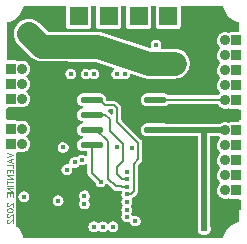
<source format=gbl>
G04 Layer: BottomLayer*
G04 EasyEDA v6.5.22, 2022-11-24 13:33:34*
G04 a569f08a9e4f4569b8c6db444d38c7d5,dbbd32702ee04327bcd14b3349a77860,10*
G04 Gerber Generator version 0.2*
G04 Scale: 100 percent, Rotated: No, Reflected: No *
G04 Dimensions in millimeters *
G04 leading zeros omitted , absolute positions ,4 integer and 5 decimal *
%FSLAX45Y45*%
%MOMM*%

%ADD10C,0.1000*%
%ADD11C,0.2000*%
%ADD12C,0.5080*%
%ADD13C,2.0000*%
%ADD14O,1.950212X0.5684012*%
%ADD15C,0.9000*%
%ADD16R,0.9000X0.9000*%
%ADD17R,1.5748X1.5748*%
%ADD18C,0.6096*%
%ADD19C,0.4000*%
%ADD20C,0.0165*%

%LPD*%
G36*
X181051Y-1999996D02*
G01*
X176733Y-1999030D01*
X173228Y-1996338D01*
X171246Y-1992426D01*
X167538Y-1978507D01*
X161188Y-1961540D01*
X153060Y-1945386D01*
X143357Y-1930095D01*
X132130Y-1915871D01*
X119481Y-1902917D01*
X111912Y-1896567D01*
X109321Y-1893417D01*
X108254Y-1889455D01*
X108813Y-1885442D01*
X109626Y-1883105D01*
X110337Y-1876806D01*
X110337Y-1658620D01*
X111201Y-1654505D01*
X113741Y-1651050D01*
X116941Y-1649222D01*
X113741Y-1647393D01*
X111201Y-1643938D01*
X110337Y-1639824D01*
X110337Y-1281379D01*
X111201Y-1277264D01*
X113588Y-1273911D01*
X117144Y-1271778D01*
X127457Y-1267764D01*
X130657Y-1267510D01*
X145389Y-1271168D01*
X156514Y-1272032D01*
X167589Y-1271168D01*
X178409Y-1268577D01*
X188671Y-1264310D01*
X198170Y-1258519D01*
X206603Y-1251305D01*
X213817Y-1242822D01*
X219659Y-1233373D01*
X223926Y-1223060D01*
X226517Y-1212240D01*
X227380Y-1201166D01*
X226517Y-1190091D01*
X223926Y-1179271D01*
X219659Y-1169009D01*
X213817Y-1159510D01*
X206603Y-1151077D01*
X199999Y-1145387D01*
X197358Y-1141933D01*
X196443Y-1137666D01*
X197358Y-1133398D01*
X199999Y-1129944D01*
X206603Y-1124305D01*
X213817Y-1115822D01*
X219659Y-1106373D01*
X223926Y-1096060D01*
X226517Y-1085240D01*
X227380Y-1074166D01*
X226517Y-1063091D01*
X223926Y-1052271D01*
X219659Y-1042009D01*
X213817Y-1032510D01*
X206603Y-1024077D01*
X198170Y-1016812D01*
X188671Y-1011021D01*
X178409Y-1006754D01*
X167589Y-1004163D01*
X156514Y-1003300D01*
X145389Y-1004163D01*
X130657Y-1007871D01*
X127457Y-1007567D01*
X123799Y-1005890D01*
X118364Y-1003960D01*
X112014Y-1003249D01*
X40182Y-1003249D01*
X36271Y-1002487D01*
X32969Y-1000302D01*
X30784Y-997000D01*
X30022Y-993089D01*
X30022Y-901242D01*
X30784Y-897382D01*
X32969Y-894080D01*
X36271Y-891844D01*
X40182Y-891082D01*
X112014Y-891082D01*
X118364Y-890371D01*
X127457Y-886764D01*
X130657Y-886510D01*
X145389Y-890168D01*
X156514Y-891032D01*
X167589Y-890168D01*
X178409Y-887577D01*
X188671Y-883310D01*
X198170Y-877519D01*
X206603Y-870305D01*
X213817Y-861821D01*
X219659Y-852373D01*
X223926Y-842060D01*
X226517Y-831240D01*
X227380Y-820166D01*
X226517Y-809091D01*
X223926Y-798271D01*
X219659Y-788009D01*
X213817Y-778510D01*
X206603Y-770077D01*
X199999Y-764387D01*
X197358Y-760933D01*
X196443Y-756666D01*
X197358Y-752398D01*
X199999Y-748944D01*
X206603Y-743305D01*
X213817Y-734822D01*
X219659Y-725373D01*
X223926Y-715060D01*
X226517Y-704240D01*
X227380Y-693166D01*
X226517Y-682091D01*
X223926Y-671271D01*
X219659Y-661009D01*
X213817Y-651510D01*
X206603Y-643077D01*
X199999Y-637387D01*
X197358Y-633933D01*
X196443Y-629666D01*
X197358Y-625398D01*
X199999Y-621944D01*
X206603Y-616305D01*
X213817Y-607822D01*
X219659Y-598373D01*
X223926Y-588060D01*
X226517Y-577240D01*
X227380Y-566166D01*
X226517Y-555091D01*
X223926Y-544271D01*
X219659Y-534009D01*
X213817Y-524510D01*
X206603Y-516077D01*
X198170Y-508812D01*
X188671Y-503021D01*
X178409Y-498754D01*
X167589Y-496163D01*
X156514Y-495300D01*
X145389Y-496163D01*
X130657Y-499872D01*
X127457Y-499567D01*
X123799Y-497890D01*
X118364Y-495960D01*
X112014Y-495249D01*
X40182Y-495249D01*
X36271Y-494487D01*
X32969Y-492302D01*
X30784Y-489000D01*
X30022Y-485089D01*
X30022Y-181559D01*
X30632Y-178104D01*
X32359Y-175056D01*
X35052Y-172770D01*
X57810Y-166116D01*
X74574Y-159308D01*
X90525Y-150774D01*
X105562Y-140665D01*
X119481Y-129082D01*
X132130Y-116128D01*
X143357Y-101904D01*
X153060Y-86614D01*
X161188Y-70459D01*
X167538Y-53492D01*
X171754Y-37592D01*
X173786Y-33629D01*
X177292Y-30937D01*
X181559Y-30022D01*
X523341Y-30022D01*
X527507Y-30886D01*
X530910Y-33375D01*
X533044Y-37084D01*
X533450Y-41300D01*
X533044Y-44907D01*
X533044Y-201269D01*
X533755Y-207568D01*
X535635Y-213055D01*
X538734Y-217932D01*
X542848Y-222046D01*
X547725Y-225094D01*
X553161Y-227025D01*
X559511Y-227736D01*
X715822Y-227736D01*
X722172Y-227025D01*
X727608Y-225094D01*
X732536Y-222046D01*
X736600Y-217932D01*
X739698Y-213055D01*
X741629Y-207568D01*
X742340Y-201269D01*
X742340Y-44907D01*
X741934Y-41300D01*
X742340Y-37084D01*
X744423Y-33375D01*
X747877Y-30886D01*
X751992Y-30022D01*
X777341Y-30022D01*
X781507Y-30886D01*
X784910Y-33375D01*
X787044Y-37084D01*
X787450Y-41300D01*
X787044Y-44907D01*
X787044Y-201269D01*
X787755Y-207568D01*
X789635Y-213055D01*
X792734Y-217932D01*
X796848Y-222046D01*
X801725Y-225094D01*
X807161Y-227025D01*
X813511Y-227736D01*
X969822Y-227736D01*
X976172Y-227025D01*
X981608Y-225094D01*
X986536Y-222046D01*
X990600Y-217932D01*
X993698Y-213055D01*
X995629Y-207568D01*
X996340Y-201269D01*
X996340Y-44907D01*
X995934Y-41300D01*
X996340Y-37084D01*
X998423Y-33375D01*
X1001877Y-30886D01*
X1005992Y-30022D01*
X1031341Y-30022D01*
X1035507Y-30886D01*
X1038910Y-33375D01*
X1041044Y-37084D01*
X1041450Y-41300D01*
X1041044Y-44907D01*
X1041044Y-201269D01*
X1041755Y-207568D01*
X1043635Y-213055D01*
X1046734Y-217932D01*
X1050848Y-222046D01*
X1055725Y-225094D01*
X1061161Y-227025D01*
X1067511Y-227736D01*
X1223822Y-227736D01*
X1230172Y-227025D01*
X1235608Y-225094D01*
X1240536Y-222046D01*
X1244600Y-217932D01*
X1247698Y-213055D01*
X1249629Y-207568D01*
X1250340Y-201269D01*
X1250340Y-44907D01*
X1249934Y-41300D01*
X1250340Y-37084D01*
X1252423Y-33375D01*
X1255877Y-30886D01*
X1259992Y-30022D01*
X1283716Y-30022D01*
X1287881Y-30886D01*
X1291285Y-33375D01*
X1293418Y-37084D01*
X1293825Y-41300D01*
X1293418Y-44907D01*
X1293418Y-201269D01*
X1294130Y-207568D01*
X1296060Y-213055D01*
X1299108Y-217932D01*
X1303223Y-222046D01*
X1308100Y-225094D01*
X1313586Y-227025D01*
X1319885Y-227736D01*
X1476248Y-227736D01*
X1482547Y-227025D01*
X1488033Y-225094D01*
X1492910Y-222046D01*
X1497025Y-217932D01*
X1500073Y-213055D01*
X1502003Y-207568D01*
X1502714Y-201269D01*
X1502714Y-44907D01*
X1502308Y-41300D01*
X1502714Y-37084D01*
X1504797Y-33375D01*
X1508252Y-30886D01*
X1512417Y-30022D01*
X1850542Y-30022D01*
X1853946Y-30581D01*
X1856943Y-32258D01*
X1859229Y-34848D01*
X1860499Y-38100D01*
X1861921Y-44805D01*
X1867407Y-62026D01*
X1874672Y-78638D01*
X1883562Y-94386D01*
X1894078Y-109169D01*
X1906016Y-122783D01*
X1919325Y-135077D01*
X1933803Y-145948D01*
X1949348Y-155244D01*
X1965756Y-162915D01*
X1982825Y-168910D01*
X1992172Y-171094D01*
X1996186Y-173075D01*
X1998980Y-176580D01*
X1999996Y-181000D01*
X1999996Y-244195D01*
X1999234Y-248107D01*
X1996998Y-251409D01*
X1993747Y-253593D01*
X1989836Y-254355D01*
X1924913Y-254355D01*
X1918563Y-255066D01*
X1909470Y-258673D01*
X1906270Y-258927D01*
X1891538Y-255270D01*
X1880412Y-254406D01*
X1869338Y-255270D01*
X1858518Y-257860D01*
X1848256Y-262128D01*
X1838756Y-267919D01*
X1830324Y-275183D01*
X1823110Y-283616D01*
X1817268Y-293116D01*
X1813001Y-303377D01*
X1810410Y-314198D01*
X1809546Y-325272D01*
X1810410Y-336346D01*
X1813001Y-347167D01*
X1817268Y-357479D01*
X1823110Y-366928D01*
X1830324Y-375412D01*
X1836928Y-381050D01*
X1839569Y-384505D01*
X1840484Y-388772D01*
X1839569Y-393039D01*
X1836928Y-396494D01*
X1830324Y-402183D01*
X1823110Y-410616D01*
X1817268Y-420116D01*
X1813001Y-430377D01*
X1810410Y-441198D01*
X1809546Y-452272D01*
X1810410Y-463346D01*
X1813001Y-474167D01*
X1817268Y-484479D01*
X1823110Y-493928D01*
X1830324Y-502412D01*
X1836928Y-508050D01*
X1839569Y-511505D01*
X1840484Y-515772D01*
X1839569Y-520039D01*
X1836928Y-523493D01*
X1830324Y-529183D01*
X1823110Y-537616D01*
X1817268Y-547116D01*
X1813001Y-557377D01*
X1810410Y-568198D01*
X1809546Y-579272D01*
X1810410Y-590346D01*
X1813001Y-601167D01*
X1817268Y-611479D01*
X1823110Y-620928D01*
X1830324Y-629412D01*
X1836928Y-635050D01*
X1839569Y-638505D01*
X1840484Y-642772D01*
X1839569Y-647039D01*
X1836928Y-650494D01*
X1830324Y-656183D01*
X1823110Y-664616D01*
X1817268Y-674116D01*
X1813001Y-684377D01*
X1810410Y-695198D01*
X1809546Y-706272D01*
X1810410Y-717346D01*
X1813001Y-728167D01*
X1817268Y-738479D01*
X1823110Y-747928D01*
X1830324Y-756412D01*
X1836928Y-762050D01*
X1839569Y-765505D01*
X1840484Y-769772D01*
X1839569Y-774039D01*
X1836928Y-777494D01*
X1830324Y-783183D01*
X1826564Y-787552D01*
X1823110Y-790194D01*
X1818843Y-791108D01*
X1402435Y-791108D01*
X1398524Y-790346D01*
X1395222Y-788162D01*
X1392529Y-785418D01*
X1384757Y-779983D01*
X1376222Y-776020D01*
X1367078Y-773582D01*
X1357172Y-772718D01*
X1219911Y-772718D01*
X1210005Y-773582D01*
X1200861Y-776020D01*
X1192326Y-779983D01*
X1184554Y-785418D01*
X1177848Y-792124D01*
X1172413Y-799896D01*
X1168450Y-808431D01*
X1166012Y-817575D01*
X1165148Y-827024D01*
X1166012Y-836472D01*
X1168450Y-845616D01*
X1172413Y-854151D01*
X1177848Y-861923D01*
X1184554Y-868629D01*
X1192326Y-874064D01*
X1200861Y-878027D01*
X1210005Y-880465D01*
X1219911Y-881329D01*
X1357172Y-881329D01*
X1367078Y-880465D01*
X1376222Y-878027D01*
X1384757Y-874064D01*
X1392529Y-868629D01*
X1395222Y-865886D01*
X1398524Y-863701D01*
X1402435Y-862939D01*
X1810054Y-862939D01*
X1813407Y-863498D01*
X1816455Y-865174D01*
X1818690Y-867765D01*
X1823110Y-874928D01*
X1830324Y-883412D01*
X1838756Y-890625D01*
X1848256Y-896416D01*
X1858518Y-900684D01*
X1869338Y-903274D01*
X1880412Y-904138D01*
X1891538Y-903274D01*
X1906270Y-899617D01*
X1909470Y-899871D01*
X1913128Y-901547D01*
X1918563Y-903478D01*
X1924913Y-904189D01*
X1989836Y-904189D01*
X1993747Y-904951D01*
X1996998Y-907135D01*
X1999234Y-910437D01*
X1999996Y-914349D01*
X1999996Y-1006195D01*
X1999234Y-1010107D01*
X1996998Y-1013409D01*
X1993747Y-1015593D01*
X1989836Y-1016355D01*
X1924913Y-1016355D01*
X1918563Y-1017066D01*
X1909470Y-1020673D01*
X1906270Y-1020927D01*
X1891538Y-1017269D01*
X1880412Y-1016406D01*
X1869338Y-1017269D01*
X1858518Y-1019860D01*
X1848256Y-1024128D01*
X1834642Y-1032510D01*
X1830781Y-1033018D01*
X1778558Y-1029969D01*
X1701800Y-1029716D01*
X1376426Y-1029716D01*
X1373835Y-1029360D01*
X1367078Y-1027582D01*
X1357172Y-1026718D01*
X1219911Y-1026718D01*
X1210005Y-1027582D01*
X1200861Y-1030020D01*
X1192326Y-1033983D01*
X1184554Y-1039418D01*
X1177848Y-1046124D01*
X1172413Y-1053896D01*
X1168450Y-1062431D01*
X1166012Y-1071575D01*
X1165148Y-1081024D01*
X1166012Y-1090472D01*
X1168450Y-1099616D01*
X1172413Y-1108151D01*
X1177848Y-1115923D01*
X1184554Y-1122629D01*
X1192326Y-1128064D01*
X1200861Y-1132027D01*
X1210005Y-1134465D01*
X1219911Y-1135329D01*
X1357172Y-1135329D01*
X1367078Y-1134465D01*
X1373835Y-1132687D01*
X1376426Y-1132332D01*
X1640332Y-1132332D01*
X1644243Y-1133094D01*
X1647494Y-1135329D01*
X1649730Y-1138580D01*
X1650492Y-1142492D01*
X1650492Y-1892655D01*
X1649526Y-1896922D01*
X1648866Y-1898446D01*
X1646326Y-1907895D01*
X1645462Y-1917700D01*
X1646326Y-1927504D01*
X1648866Y-1936953D01*
X1652981Y-1945893D01*
X1658620Y-1953920D01*
X1665579Y-1960880D01*
X1673606Y-1966518D01*
X1682546Y-1970633D01*
X1691995Y-1973173D01*
X1701800Y-1974037D01*
X1711604Y-1973173D01*
X1721053Y-1970633D01*
X1729993Y-1966518D01*
X1738020Y-1960880D01*
X1744980Y-1953920D01*
X1750618Y-1945893D01*
X1754733Y-1936953D01*
X1757273Y-1927504D01*
X1758137Y-1917700D01*
X1757273Y-1907895D01*
X1754733Y-1898446D01*
X1754073Y-1896922D01*
X1753107Y-1892655D01*
X1753107Y-1142695D01*
X1753870Y-1138783D01*
X1756105Y-1135481D01*
X1759407Y-1133297D01*
X1763318Y-1132535D01*
X1777187Y-1132586D01*
X1824888Y-1135430D01*
X1828088Y-1136192D01*
X1830882Y-1137869D01*
X1836928Y-1143050D01*
X1839569Y-1146505D01*
X1840484Y-1150772D01*
X1839569Y-1155039D01*
X1836928Y-1158494D01*
X1830324Y-1164183D01*
X1823110Y-1172616D01*
X1817268Y-1182116D01*
X1813001Y-1192377D01*
X1810410Y-1203198D01*
X1809546Y-1214272D01*
X1810410Y-1225346D01*
X1813001Y-1236167D01*
X1817268Y-1246479D01*
X1823110Y-1255928D01*
X1830324Y-1264412D01*
X1836928Y-1270050D01*
X1839569Y-1273505D01*
X1840484Y-1277772D01*
X1839569Y-1282039D01*
X1836928Y-1285494D01*
X1830324Y-1291183D01*
X1823110Y-1299616D01*
X1817268Y-1309116D01*
X1813001Y-1319377D01*
X1810410Y-1330198D01*
X1809546Y-1341272D01*
X1810410Y-1352346D01*
X1813001Y-1363167D01*
X1817268Y-1373479D01*
X1823110Y-1382928D01*
X1830324Y-1391412D01*
X1836928Y-1397050D01*
X1839569Y-1400505D01*
X1840484Y-1404772D01*
X1839569Y-1409039D01*
X1836928Y-1412494D01*
X1830324Y-1418183D01*
X1823110Y-1426616D01*
X1817268Y-1436116D01*
X1813001Y-1446377D01*
X1810410Y-1457198D01*
X1809546Y-1468272D01*
X1810410Y-1479346D01*
X1813001Y-1490167D01*
X1817268Y-1500479D01*
X1823110Y-1509928D01*
X1830324Y-1518412D01*
X1836928Y-1524050D01*
X1839569Y-1527505D01*
X1840484Y-1531772D01*
X1839569Y-1536039D01*
X1836928Y-1539494D01*
X1830324Y-1545183D01*
X1823110Y-1553616D01*
X1817268Y-1563116D01*
X1813001Y-1573377D01*
X1810410Y-1584198D01*
X1809546Y-1595272D01*
X1810410Y-1606346D01*
X1813001Y-1617167D01*
X1817268Y-1627479D01*
X1823110Y-1636928D01*
X1830324Y-1645412D01*
X1838756Y-1652625D01*
X1848256Y-1658416D01*
X1858518Y-1662684D01*
X1869338Y-1665274D01*
X1880412Y-1666138D01*
X1891538Y-1665274D01*
X1906270Y-1661617D01*
X1909470Y-1661871D01*
X1913128Y-1663547D01*
X1918563Y-1665478D01*
X1924913Y-1666189D01*
X1989836Y-1666189D01*
X1993747Y-1666951D01*
X1996998Y-1669135D01*
X1999234Y-1672437D01*
X1999996Y-1676349D01*
X1999996Y-1852930D01*
X1998980Y-1857349D01*
X1996186Y-1860854D01*
X1992172Y-1862836D01*
X1984400Y-1864664D01*
X1967280Y-1870608D01*
X1950872Y-1878279D01*
X1935378Y-1887626D01*
X1920849Y-1898497D01*
X1907590Y-1910791D01*
X1895602Y-1924405D01*
X1885137Y-1939137D01*
X1876196Y-1954885D01*
X1868982Y-1971497D01*
X1863445Y-1988769D01*
X1862785Y-1991918D01*
X1861515Y-1995119D01*
X1859280Y-1997710D01*
X1856232Y-1999386D01*
X1852828Y-1999996D01*
G37*

%LPC*%
G36*
X846988Y-1949551D02*
G01*
X855624Y-1948281D01*
X863853Y-1945436D01*
X871423Y-1941068D01*
X877976Y-1935378D01*
X879754Y-1933143D01*
X883107Y-1930400D01*
X887272Y-1929282D01*
X891540Y-1929993D01*
X895096Y-1932381D01*
X899617Y-1937105D01*
X906729Y-1942185D01*
X914653Y-1945792D01*
X923137Y-1947875D01*
X931824Y-1948281D01*
X940460Y-1947011D01*
X948690Y-1944166D01*
X956259Y-1939798D01*
X962812Y-1934108D01*
X968197Y-1927250D01*
X972210Y-1919528D01*
X974648Y-1911146D01*
X975512Y-1902460D01*
X974648Y-1893773D01*
X972210Y-1885391D01*
X968197Y-1877669D01*
X962812Y-1870811D01*
X956259Y-1865122D01*
X948690Y-1860753D01*
X940460Y-1857908D01*
X931824Y-1856638D01*
X923137Y-1857044D01*
X914653Y-1859127D01*
X906729Y-1862734D01*
X899617Y-1867814D01*
X894029Y-1873656D01*
X890422Y-1876094D01*
X886155Y-1876806D01*
X881989Y-1875688D01*
X871423Y-1866392D01*
X863853Y-1862023D01*
X855624Y-1859178D01*
X846988Y-1857908D01*
X838301Y-1858314D01*
X829818Y-1860397D01*
X821893Y-1864004D01*
X814781Y-1869084D01*
X813409Y-1870506D01*
X810260Y-1872742D01*
X806500Y-1873656D01*
X802741Y-1873097D01*
X799388Y-1871167D01*
X792683Y-1865375D01*
X785114Y-1861007D01*
X776884Y-1858162D01*
X768248Y-1856892D01*
X759561Y-1857298D01*
X751078Y-1859381D01*
X743153Y-1862988D01*
X736041Y-1868068D01*
X729996Y-1874367D01*
X725322Y-1881682D01*
X722071Y-1889810D01*
X720394Y-1898345D01*
X720394Y-1907082D01*
X722071Y-1915617D01*
X725322Y-1923745D01*
X729996Y-1931060D01*
X736041Y-1937359D01*
X743153Y-1942439D01*
X751078Y-1946046D01*
X759561Y-1948129D01*
X768248Y-1948535D01*
X776884Y-1947265D01*
X785114Y-1944420D01*
X792683Y-1940052D01*
X798322Y-1935175D01*
X801674Y-1933244D01*
X805484Y-1932686D01*
X809193Y-1933600D01*
X812342Y-1935835D01*
X814781Y-1938375D01*
X821893Y-1943455D01*
X829818Y-1947062D01*
X838301Y-1949145D01*
G37*
G36*
X1119784Y-1900021D02*
G01*
X1128420Y-1898751D01*
X1136650Y-1895906D01*
X1144219Y-1891538D01*
X1150772Y-1885848D01*
X1156157Y-1878990D01*
X1160170Y-1871268D01*
X1162608Y-1862886D01*
X1163472Y-1854200D01*
X1162608Y-1845513D01*
X1160170Y-1837131D01*
X1156157Y-1829409D01*
X1150772Y-1822551D01*
X1144219Y-1816862D01*
X1136650Y-1812493D01*
X1128420Y-1809648D01*
X1119784Y-1808378D01*
X1111097Y-1808784D01*
X1101953Y-1811020D01*
X1098092Y-1811223D01*
X1094486Y-1809953D01*
X1091590Y-1807413D01*
X1089812Y-1804009D01*
X1088796Y-1800555D01*
X1084478Y-1792173D01*
X1083462Y-1789125D01*
X1083462Y-1785924D01*
X1084478Y-1782876D01*
X1088796Y-1774494D01*
X1091234Y-1766112D01*
X1092098Y-1757425D01*
X1091234Y-1748739D01*
X1088796Y-1740357D01*
X1084783Y-1732635D01*
X1083462Y-1730908D01*
X1081532Y-1726844D01*
X1081532Y-1722374D01*
X1083462Y-1718360D01*
X1084529Y-1716938D01*
X1088542Y-1709216D01*
X1090980Y-1700834D01*
X1091844Y-1692148D01*
X1090980Y-1683461D01*
X1088542Y-1675079D01*
X1087475Y-1673047D01*
X1086358Y-1669084D01*
X1086916Y-1665020D01*
X1089050Y-1661464D01*
X1092403Y-1659077D01*
X1095552Y-1657705D01*
X1099058Y-1655673D01*
X1101852Y-1653692D01*
X1105103Y-1650796D01*
X1129893Y-1625955D01*
X1134973Y-1619707D01*
X1138377Y-1613052D01*
X1140358Y-1605686D01*
X1140815Y-1599793D01*
X1140815Y-1390700D01*
X1141577Y-1386789D01*
X1143762Y-1383487D01*
X1167993Y-1359255D01*
X1173073Y-1353007D01*
X1176477Y-1346352D01*
X1178458Y-1338986D01*
X1178915Y-1333093D01*
X1178915Y-1194308D01*
X1178052Y-1186332D01*
X1175766Y-1179220D01*
X1171956Y-1172616D01*
X1168044Y-1168044D01*
X1004062Y-1004112D01*
X1001877Y-1000810D01*
X1001115Y-996899D01*
X1001115Y-902208D01*
X1000252Y-894232D01*
X997966Y-887120D01*
X994156Y-880516D01*
X990295Y-876046D01*
X965555Y-851306D01*
X959307Y-846226D01*
X952652Y-842822D01*
X945286Y-840841D01*
X939393Y-840384D01*
X882700Y-840384D01*
X878789Y-839622D01*
X875487Y-837437D01*
X873810Y-835710D01*
X871423Y-832002D01*
X870102Y-817575D01*
X867613Y-808431D01*
X863650Y-799896D01*
X858215Y-792124D01*
X851509Y-785418D01*
X843737Y-779983D01*
X835202Y-776020D01*
X826058Y-773582D01*
X816152Y-772718D01*
X678891Y-772718D01*
X668985Y-773582D01*
X659841Y-776020D01*
X651306Y-779983D01*
X643534Y-785418D01*
X636828Y-792124D01*
X631393Y-799896D01*
X627430Y-808431D01*
X624992Y-817575D01*
X624128Y-827024D01*
X624992Y-836472D01*
X627430Y-845616D01*
X631393Y-854151D01*
X636828Y-861923D01*
X643534Y-868629D01*
X651306Y-874064D01*
X659841Y-878027D01*
X669848Y-880719D01*
X673709Y-882751D01*
X676402Y-886206D01*
X677367Y-890524D01*
X676402Y-894842D01*
X673709Y-898296D01*
X669848Y-900328D01*
X659841Y-903020D01*
X651306Y-906983D01*
X643534Y-912418D01*
X636828Y-919124D01*
X631393Y-926896D01*
X627430Y-935431D01*
X624992Y-944575D01*
X624128Y-954024D01*
X624992Y-963472D01*
X627430Y-972616D01*
X631393Y-981151D01*
X636828Y-988923D01*
X643534Y-995629D01*
X651306Y-1001064D01*
X659841Y-1005027D01*
X669848Y-1007719D01*
X673709Y-1009751D01*
X676402Y-1013206D01*
X677367Y-1017524D01*
X676402Y-1021842D01*
X673709Y-1025296D01*
X669848Y-1027328D01*
X659841Y-1030020D01*
X651306Y-1033983D01*
X643534Y-1039418D01*
X636828Y-1046124D01*
X631393Y-1053896D01*
X627430Y-1062431D01*
X624992Y-1071575D01*
X624128Y-1081024D01*
X624992Y-1090472D01*
X627430Y-1099616D01*
X631393Y-1108151D01*
X636828Y-1115923D01*
X643534Y-1122629D01*
X651306Y-1128064D01*
X659841Y-1132027D01*
X669848Y-1134719D01*
X673709Y-1136751D01*
X676402Y-1140206D01*
X677367Y-1144524D01*
X676402Y-1148842D01*
X673709Y-1152296D01*
X669848Y-1154328D01*
X659841Y-1157020D01*
X651306Y-1160983D01*
X643534Y-1166418D01*
X636828Y-1173124D01*
X631393Y-1180896D01*
X627430Y-1189431D01*
X624992Y-1198575D01*
X624128Y-1208024D01*
X624992Y-1217472D01*
X627430Y-1226616D01*
X631393Y-1235151D01*
X636828Y-1242923D01*
X643534Y-1249629D01*
X651306Y-1255064D01*
X659841Y-1259027D01*
X668985Y-1261465D01*
X678891Y-1262329D01*
X701446Y-1262329D01*
X705358Y-1263142D01*
X708660Y-1265326D01*
X710844Y-1268628D01*
X711606Y-1272489D01*
X711606Y-1295908D01*
X710895Y-1299667D01*
X708812Y-1302918D01*
X705662Y-1305153D01*
X701954Y-1306068D01*
X698144Y-1305509D01*
X694791Y-1303578D01*
X692099Y-1301242D01*
X684530Y-1296873D01*
X676300Y-1294028D01*
X667664Y-1292758D01*
X658977Y-1293164D01*
X650494Y-1295247D01*
X642569Y-1298854D01*
X635457Y-1303934D01*
X625856Y-1313992D01*
X621588Y-1315466D01*
X617169Y-1314958D01*
X615340Y-1314348D01*
X606704Y-1313078D01*
X598017Y-1313484D01*
X589534Y-1315567D01*
X581609Y-1319174D01*
X574497Y-1324254D01*
X568452Y-1330553D01*
X563778Y-1337868D01*
X560527Y-1345996D01*
X558850Y-1354480D01*
X558952Y-1364538D01*
X558038Y-1368806D01*
X555447Y-1372311D01*
X551688Y-1374394D01*
X547319Y-1374698D01*
X541121Y-1373784D01*
X532434Y-1374190D01*
X523951Y-1376273D01*
X516026Y-1379880D01*
X508914Y-1384960D01*
X502869Y-1391259D01*
X498195Y-1398574D01*
X494944Y-1406702D01*
X493268Y-1415237D01*
X493268Y-1423974D01*
X494944Y-1432509D01*
X498195Y-1440637D01*
X502869Y-1447952D01*
X508914Y-1454251D01*
X516026Y-1459331D01*
X523951Y-1462938D01*
X532434Y-1465021D01*
X541121Y-1465427D01*
X549757Y-1464157D01*
X557987Y-1461312D01*
X565556Y-1456944D01*
X572109Y-1451254D01*
X577494Y-1444396D01*
X581507Y-1436674D01*
X583946Y-1428292D01*
X584809Y-1419606D01*
X584352Y-1414881D01*
X584708Y-1411020D01*
X586486Y-1407617D01*
X589381Y-1405077D01*
X592988Y-1403858D01*
X598017Y-1404315D01*
X606704Y-1404721D01*
X615340Y-1403451D01*
X623570Y-1400606D01*
X631139Y-1396238D01*
X637692Y-1390548D01*
X641400Y-1385824D01*
X644347Y-1383334D01*
X647954Y-1382064D01*
X651814Y-1382217D01*
X658977Y-1383995D01*
X667664Y-1384401D01*
X676300Y-1383131D01*
X684530Y-1380286D01*
X692099Y-1375918D01*
X694791Y-1373581D01*
X698144Y-1371650D01*
X701954Y-1371092D01*
X705662Y-1372006D01*
X708812Y-1374241D01*
X710895Y-1377492D01*
X711606Y-1381252D01*
X711606Y-1445514D01*
X712470Y-1453489D01*
X714756Y-1460601D01*
X718566Y-1467205D01*
X722426Y-1471676D01*
X777849Y-1527098D01*
X779627Y-1529537D01*
X780643Y-1532382D01*
X781507Y-1536903D01*
X784758Y-1545031D01*
X789432Y-1552346D01*
X795477Y-1558645D01*
X802589Y-1563725D01*
X810514Y-1567332D01*
X818997Y-1569415D01*
X827684Y-1569821D01*
X836320Y-1568551D01*
X844550Y-1565706D01*
X852119Y-1561338D01*
X858672Y-1555648D01*
X864057Y-1548790D01*
X865987Y-1545132D01*
X868324Y-1542135D01*
X871575Y-1540205D01*
X875334Y-1539595D01*
X879043Y-1540459D01*
X882192Y-1542592D01*
X926744Y-1587093D01*
X932992Y-1592173D01*
X939647Y-1595577D01*
X947013Y-1597558D01*
X952703Y-1598015D01*
X993394Y-1598218D01*
X997254Y-1599031D01*
X1000506Y-1601216D01*
X1002741Y-1604467D01*
X1003503Y-1608328D01*
X1002792Y-1612188D01*
X1001979Y-1614220D01*
X1000302Y-1622755D01*
X1000302Y-1631492D01*
X1001979Y-1640027D01*
X1005230Y-1648155D01*
X1009091Y-1654149D01*
X1010513Y-1657705D01*
X1010513Y-1661566D01*
X1009091Y-1665122D01*
X1005230Y-1671116D01*
X1001979Y-1679244D01*
X1000302Y-1687779D01*
X1000302Y-1696516D01*
X1001979Y-1705051D01*
X1005230Y-1713179D01*
X1009294Y-1719478D01*
X1010716Y-1723085D01*
X1010716Y-1726895D01*
X1009294Y-1730502D01*
X1005484Y-1736394D01*
X1002233Y-1744522D01*
X1000556Y-1753057D01*
X1000556Y-1761794D01*
X1002233Y-1770329D01*
X1005484Y-1778457D01*
X1007770Y-1782013D01*
X1009192Y-1785620D01*
X1009192Y-1789430D01*
X1007770Y-1793036D01*
X1005484Y-1796592D01*
X1002233Y-1804720D01*
X1000556Y-1813255D01*
X1000556Y-1821992D01*
X1002233Y-1830527D01*
X1005484Y-1838655D01*
X1010158Y-1845970D01*
X1016203Y-1852269D01*
X1023315Y-1857349D01*
X1031240Y-1860956D01*
X1039723Y-1863039D01*
X1048410Y-1863445D01*
X1057046Y-1862175D01*
X1060704Y-1860905D01*
X1064514Y-1860397D01*
X1068222Y-1861312D01*
X1071372Y-1863496D01*
X1073454Y-1866747D01*
X1076858Y-1875231D01*
X1081532Y-1882546D01*
X1087577Y-1888845D01*
X1094689Y-1893925D01*
X1102614Y-1897532D01*
X1111097Y-1899615D01*
G37*
G36*
X689508Y-1755749D02*
G01*
X698144Y-1754479D01*
X706374Y-1751634D01*
X713943Y-1747266D01*
X720496Y-1741576D01*
X725881Y-1734718D01*
X729894Y-1726996D01*
X732332Y-1718614D01*
X733196Y-1709928D01*
X732332Y-1701241D01*
X729894Y-1692859D01*
X725881Y-1685137D01*
X722985Y-1681429D01*
X721055Y-1677365D01*
X721055Y-1672894D01*
X722985Y-1668830D01*
X725881Y-1665122D01*
X729894Y-1657400D01*
X732332Y-1649018D01*
X733196Y-1640332D01*
X732332Y-1631645D01*
X729894Y-1623263D01*
X725881Y-1615541D01*
X720496Y-1608683D01*
X713943Y-1602994D01*
X706374Y-1598625D01*
X698144Y-1595780D01*
X689508Y-1594510D01*
X680821Y-1594916D01*
X672338Y-1596999D01*
X664413Y-1600606D01*
X657301Y-1605686D01*
X651256Y-1611985D01*
X646582Y-1619300D01*
X643331Y-1627428D01*
X641654Y-1635963D01*
X641654Y-1644700D01*
X643331Y-1653235D01*
X646531Y-1661312D01*
X651916Y-1669592D01*
X653338Y-1673199D01*
X653338Y-1677060D01*
X651916Y-1680667D01*
X646531Y-1688947D01*
X643331Y-1697024D01*
X641654Y-1705559D01*
X641654Y-1714296D01*
X643331Y-1722831D01*
X646582Y-1730959D01*
X651256Y-1738274D01*
X657301Y-1744573D01*
X664413Y-1749653D01*
X672338Y-1753260D01*
X680821Y-1755343D01*
G37*
G36*
X467258Y-1728825D02*
G01*
X475894Y-1727555D01*
X484124Y-1724710D01*
X491693Y-1720342D01*
X498246Y-1714652D01*
X503631Y-1707794D01*
X507644Y-1700072D01*
X510082Y-1691690D01*
X510946Y-1683004D01*
X510082Y-1674317D01*
X507644Y-1665935D01*
X503631Y-1658213D01*
X498246Y-1651355D01*
X491693Y-1645666D01*
X484124Y-1641297D01*
X475894Y-1638452D01*
X467258Y-1637182D01*
X458571Y-1637588D01*
X450088Y-1639671D01*
X442163Y-1643278D01*
X435051Y-1648358D01*
X429006Y-1654657D01*
X424332Y-1661972D01*
X421081Y-1670100D01*
X419404Y-1678635D01*
X419404Y-1687372D01*
X421081Y-1695907D01*
X424332Y-1704035D01*
X429006Y-1711350D01*
X435051Y-1717649D01*
X442163Y-1722729D01*
X450088Y-1726336D01*
X458571Y-1728419D01*
G37*
G36*
X177698Y-1695043D02*
G01*
X186334Y-1693773D01*
X194564Y-1690928D01*
X202133Y-1686560D01*
X208686Y-1680870D01*
X214071Y-1674012D01*
X218084Y-1666290D01*
X220522Y-1657908D01*
X221386Y-1649222D01*
X220522Y-1640535D01*
X218084Y-1632153D01*
X214071Y-1624431D01*
X208686Y-1617573D01*
X202133Y-1611884D01*
X194564Y-1607515D01*
X186334Y-1604670D01*
X177698Y-1603400D01*
X169011Y-1603806D01*
X160528Y-1605889D01*
X152603Y-1609496D01*
X145491Y-1614576D01*
X139446Y-1620875D01*
X134772Y-1628190D01*
X131521Y-1636318D01*
X130454Y-1641703D01*
X128828Y-1645615D01*
X125679Y-1648510D01*
X123647Y-1649222D01*
X125679Y-1649933D01*
X128828Y-1652828D01*
X130454Y-1656740D01*
X131521Y-1662125D01*
X134772Y-1670253D01*
X139446Y-1677568D01*
X145491Y-1683867D01*
X152603Y-1688947D01*
X160528Y-1692554D01*
X169011Y-1694637D01*
G37*
G36*
X510184Y-1277721D02*
G01*
X518820Y-1276451D01*
X527050Y-1273606D01*
X534619Y-1269238D01*
X541172Y-1263548D01*
X546557Y-1256690D01*
X550570Y-1248968D01*
X553008Y-1240586D01*
X553872Y-1231900D01*
X553008Y-1223213D01*
X550570Y-1214831D01*
X546557Y-1207109D01*
X541172Y-1200251D01*
X534619Y-1194562D01*
X527050Y-1190193D01*
X518820Y-1187348D01*
X510184Y-1186078D01*
X501497Y-1186484D01*
X493014Y-1188567D01*
X485089Y-1192174D01*
X477977Y-1197254D01*
X471932Y-1203553D01*
X467258Y-1210868D01*
X464007Y-1218996D01*
X462330Y-1227531D01*
X462330Y-1236268D01*
X464007Y-1244803D01*
X467258Y-1252931D01*
X471932Y-1260246D01*
X477977Y-1266545D01*
X485089Y-1271625D01*
X493014Y-1275232D01*
X501497Y-1277315D01*
G37*
G36*
X769518Y-655929D02*
G01*
X778154Y-654659D01*
X786384Y-651814D01*
X793953Y-647446D01*
X800506Y-641756D01*
X805891Y-634898D01*
X809904Y-627176D01*
X812342Y-618794D01*
X813206Y-610108D01*
X812342Y-601421D01*
X809904Y-593039D01*
X805891Y-585317D01*
X800506Y-578459D01*
X793953Y-572770D01*
X786384Y-568401D01*
X778154Y-565556D01*
X769518Y-564286D01*
X760831Y-564692D01*
X752348Y-566775D01*
X744423Y-570382D01*
X741222Y-572668D01*
X737717Y-574243D01*
X733856Y-574446D01*
X730199Y-573176D01*
X721614Y-568147D01*
X713384Y-565302D01*
X704748Y-564032D01*
X696061Y-564438D01*
X687578Y-566521D01*
X679653Y-570128D01*
X672541Y-575208D01*
X666496Y-581507D01*
X661822Y-588822D01*
X658571Y-596950D01*
X656894Y-605485D01*
X656894Y-614222D01*
X658571Y-622757D01*
X661822Y-630885D01*
X666496Y-638200D01*
X672541Y-644499D01*
X679653Y-649579D01*
X687578Y-653186D01*
X696061Y-655269D01*
X704748Y-655675D01*
X713384Y-654405D01*
X721614Y-651560D01*
X729894Y-646785D01*
X733552Y-645515D01*
X737362Y-645718D01*
X740867Y-647293D01*
X744423Y-649833D01*
X752348Y-653440D01*
X760831Y-655523D01*
G37*
G36*
X1029360Y-655929D02*
G01*
X1037996Y-654659D01*
X1046226Y-651814D01*
X1053795Y-647446D01*
X1060348Y-641756D01*
X1065733Y-634898D01*
X1069746Y-627176D01*
X1072184Y-618794D01*
X1072438Y-616458D01*
X1073404Y-612952D01*
X1075588Y-610006D01*
X1078636Y-608025D01*
X1082192Y-607263D01*
X1085799Y-607822D01*
X1191107Y-643636D01*
X1202893Y-647039D01*
X1205839Y-647700D01*
X1217879Y-649630D01*
X1220876Y-649935D01*
X1233170Y-650392D01*
X1437690Y-648766D01*
X1450086Y-649935D01*
X1459890Y-649071D01*
X1465275Y-647852D01*
X1469034Y-647598D01*
X1483969Y-644702D01*
X1498447Y-640080D01*
X1512265Y-633730D01*
X1525219Y-625754D01*
X1537106Y-616305D01*
X1547774Y-605434D01*
X1557070Y-593394D01*
X1564792Y-580339D01*
X1570939Y-566420D01*
X1575358Y-551891D01*
X1577949Y-536905D01*
X1578762Y-521716D01*
X1577746Y-506577D01*
X1574850Y-491642D01*
X1570228Y-477164D01*
X1563878Y-463346D01*
X1555902Y-450392D01*
X1546453Y-438505D01*
X1535582Y-427837D01*
X1523542Y-418541D01*
X1510487Y-410819D01*
X1496568Y-404672D01*
X1482039Y-400253D01*
X1467053Y-397662D01*
X1451559Y-396849D01*
X1344168Y-397713D01*
X1340104Y-396900D01*
X1336700Y-394512D01*
X1334516Y-390956D01*
X1333957Y-386892D01*
X1335074Y-382879D01*
X1336294Y-380542D01*
X1338732Y-372160D01*
X1339545Y-363474D01*
X1338732Y-354787D01*
X1336294Y-346405D01*
X1332280Y-338683D01*
X1326896Y-331825D01*
X1320292Y-326136D01*
X1312773Y-321767D01*
X1304493Y-318922D01*
X1295857Y-317652D01*
X1287170Y-318058D01*
X1278686Y-320141D01*
X1270762Y-323748D01*
X1263650Y-328828D01*
X1257655Y-335127D01*
X1252931Y-342442D01*
X1249680Y-350570D01*
X1248054Y-359105D01*
X1248054Y-367842D01*
X1249680Y-376377D01*
X1251305Y-380390D01*
X1252016Y-384149D01*
X1251305Y-387908D01*
X1249222Y-391160D01*
X1246124Y-393395D01*
X1242415Y-394309D01*
X1238605Y-393801D01*
X843381Y-259334D01*
X832916Y-256235D01*
X828649Y-255270D01*
X817981Y-253492D01*
X813612Y-253034D01*
X802690Y-252526D01*
X384962Y-251663D01*
X381203Y-250901D01*
X377952Y-248869D01*
X302666Y-177190D01*
X290779Y-167233D01*
X278079Y-158902D01*
X264414Y-152196D01*
X250088Y-147116D01*
X235254Y-143865D01*
X214121Y-141782D01*
X204317Y-142646D01*
X201676Y-143256D01*
X189890Y-144983D01*
X175209Y-148996D01*
X161137Y-154736D01*
X147828Y-162153D01*
X135585Y-171094D01*
X124460Y-181457D01*
X114655Y-193090D01*
X106324Y-205790D01*
X99618Y-219456D01*
X94538Y-233781D01*
X91287Y-248615D01*
X89814Y-263753D01*
X90220Y-278942D01*
X92405Y-293979D01*
X96418Y-308660D01*
X102158Y-322732D01*
X109575Y-336042D01*
X118516Y-348284D01*
X129082Y-359664D01*
X246634Y-471424D01*
X255422Y-478535D01*
X258571Y-480822D01*
X268122Y-486867D01*
X271576Y-488746D01*
X281787Y-493572D01*
X285445Y-495046D01*
X296164Y-498601D01*
X299923Y-499567D01*
X310997Y-501853D01*
X314858Y-502361D01*
X326136Y-503275D01*
X779983Y-504342D01*
X783234Y-504850D01*
X932230Y-555548D01*
X935990Y-557834D01*
X938428Y-561543D01*
X939088Y-565912D01*
X937818Y-570128D01*
X934821Y-573430D01*
X932383Y-575208D01*
X926337Y-581507D01*
X921664Y-588822D01*
X918413Y-596950D01*
X916736Y-605485D01*
X916736Y-614222D01*
X918413Y-622757D01*
X921664Y-630885D01*
X926337Y-638200D01*
X932383Y-644499D01*
X939495Y-649579D01*
X947419Y-653186D01*
X955903Y-655269D01*
X964590Y-655675D01*
X973226Y-654405D01*
X981456Y-651560D01*
X989736Y-646785D01*
X993394Y-645515D01*
X997203Y-645718D01*
X1000709Y-647293D01*
X1004265Y-649833D01*
X1012190Y-653440D01*
X1020673Y-655523D01*
G37*
G36*
X574446Y-655167D02*
G01*
X583082Y-653897D01*
X591312Y-651052D01*
X598881Y-646684D01*
X605434Y-640994D01*
X610819Y-634136D01*
X614832Y-626414D01*
X617270Y-618032D01*
X618134Y-609346D01*
X617270Y-600659D01*
X614832Y-592277D01*
X610819Y-584555D01*
X605434Y-577697D01*
X598881Y-572008D01*
X591312Y-567639D01*
X583082Y-564794D01*
X574446Y-563524D01*
X565759Y-563930D01*
X557276Y-566013D01*
X549351Y-569620D01*
X542239Y-574700D01*
X536194Y-580999D01*
X531520Y-588314D01*
X528269Y-596442D01*
X526592Y-604977D01*
X526592Y-613714D01*
X528269Y-622249D01*
X531520Y-630377D01*
X536194Y-637692D01*
X542239Y-643991D01*
X549351Y-649071D01*
X557276Y-652678D01*
X565759Y-654761D01*
G37*

%LPD*%
G36*
X919124Y-953058D02*
G01*
X915263Y-952246D01*
X911961Y-950061D01*
X891438Y-929538D01*
X889253Y-926236D01*
X888441Y-922375D01*
X889253Y-918464D01*
X891438Y-915162D01*
X894740Y-912977D01*
X898601Y-912215D01*
X919124Y-912215D01*
X923036Y-912977D01*
X926337Y-915162D01*
X928522Y-918464D01*
X929284Y-922375D01*
X929284Y-942898D01*
X928522Y-946759D01*
X926337Y-950061D01*
X923036Y-952246D01*
G37*

%LPD*%
D10*
X31694Y-1275547D02*
G01*
X79420Y-1293728D01*
X31694Y-1311910D02*
G01*
X79420Y-1293728D01*
X31694Y-1345092D02*
G01*
X79420Y-1326911D01*
X31694Y-1345092D02*
G01*
X79420Y-1363273D01*
X63512Y-1333728D02*
G01*
X63512Y-1356456D01*
X31694Y-1378275D02*
G01*
X79420Y-1378275D01*
X79420Y-1378275D02*
G01*
X79420Y-1405547D01*
X31694Y-1420545D02*
G01*
X79420Y-1420545D01*
X31694Y-1420545D02*
G01*
X31694Y-1450093D01*
X54422Y-1420545D02*
G01*
X54422Y-1438729D01*
X79420Y-1420545D02*
G01*
X79420Y-1450093D01*
X31694Y-1465092D02*
G01*
X79420Y-1465092D01*
X31694Y-1465092D02*
G01*
X79420Y-1496910D01*
X31694Y-1496910D02*
G01*
X79420Y-1496910D01*
X31694Y-1527820D02*
G01*
X79420Y-1527820D01*
X31694Y-1511909D02*
G01*
X31694Y-1543728D01*
X31694Y-1558729D02*
G01*
X79420Y-1558729D01*
X31694Y-1573728D02*
G01*
X79420Y-1573728D01*
X31694Y-1573728D02*
G01*
X79420Y-1605546D01*
X31694Y-1605546D02*
G01*
X79420Y-1605546D01*
X31694Y-1620547D02*
G01*
X79420Y-1620547D01*
X31694Y-1620547D02*
G01*
X31694Y-1650093D01*
X54422Y-1620547D02*
G01*
X54422Y-1638729D01*
X79420Y-1620547D02*
G01*
X79420Y-1650093D01*
X43058Y-1702363D02*
G01*
X40784Y-1702363D01*
X36240Y-1704637D01*
X33967Y-1706910D01*
X31694Y-1711454D01*
X31694Y-1720547D01*
X33967Y-1725091D01*
X36240Y-1727365D01*
X40784Y-1729638D01*
X45331Y-1729638D01*
X49875Y-1727365D01*
X56695Y-1722818D01*
X79420Y-1700093D01*
X79420Y-1731909D01*
X31694Y-1760547D02*
G01*
X33967Y-1753727D01*
X40784Y-1749183D01*
X52148Y-1746910D01*
X58966Y-1746910D01*
X70330Y-1749183D01*
X77147Y-1753727D01*
X79420Y-1760547D01*
X79420Y-1765091D01*
X77147Y-1771909D01*
X70330Y-1776455D01*
X58966Y-1778728D01*
X52148Y-1778728D01*
X40784Y-1776455D01*
X33967Y-1771909D01*
X31694Y-1765091D01*
X31694Y-1760547D01*
X43058Y-1796000D02*
G01*
X40784Y-1796000D01*
X36240Y-1798274D01*
X33967Y-1800547D01*
X31694Y-1805091D01*
X31694Y-1814182D01*
X33967Y-1818728D01*
X36240Y-1820999D01*
X40784Y-1823272D01*
X45331Y-1823272D01*
X49875Y-1820999D01*
X56695Y-1816455D01*
X79420Y-1793727D01*
X79420Y-1825546D01*
X43058Y-1842818D02*
G01*
X40784Y-1842818D01*
X36240Y-1845091D01*
X33967Y-1847364D01*
X31694Y-1851908D01*
X31694Y-1860999D01*
X33967Y-1865546D01*
X36240Y-1867819D01*
X40784Y-1870092D01*
X45331Y-1870092D01*
X49875Y-1867819D01*
X56695Y-1863272D01*
X79420Y-1840547D01*
X79420Y-1872363D01*
D11*
X747521Y-827023D02*
G01*
X814323Y-827023D01*
X863600Y-876300D01*
X939800Y-876300D01*
X965200Y-901700D01*
X965200Y-1016000D01*
X1143000Y-1193800D01*
X1143000Y-1333500D01*
X1104900Y-1371600D01*
X1104900Y-1600200D01*
X1079500Y-1625600D01*
X1045971Y-1627123D01*
X747521Y-954023D02*
G01*
X865123Y-954023D01*
X901700Y-990600D01*
X901700Y-1092200D01*
X1016000Y-1206500D01*
X1016000Y-1346200D01*
X965200Y-1397000D01*
X965200Y-1460500D01*
X1003300Y-1498600D01*
X1045971Y-1498345D01*
X747521Y-1081023D02*
G01*
X788923Y-1081023D01*
X889000Y-1181100D01*
X889000Y-1498600D01*
X952500Y-1562100D01*
X1046226Y-1562607D01*
X825500Y-1524000D02*
G01*
X747521Y-1446021D01*
X747521Y-1208023D01*
D12*
X1701800Y-1917700D02*
G01*
X1701800Y-1081023D01*
X1288542Y-1081023D01*
X1701800Y-1081023D02*
G01*
X1778507Y-1081278D01*
X1880362Y-1087373D01*
D11*
X1288542Y-827023D02*
G01*
X1874164Y-827023D01*
X1880412Y-833272D01*
D13*
X1452879Y-522734D02*
G01*
X1231900Y-524507D01*
X802639Y-378460D01*
X330454Y-377444D01*
X215645Y-268223D01*
D14*
G01*
X1288542Y-827023D03*
G01*
X1288542Y-954023D03*
G01*
X1288542Y-1081023D03*
G01*
X1288542Y-1208023D03*
G01*
X747521Y-827023D03*
G01*
X747521Y-954023D03*
G01*
X747521Y-1081023D03*
G01*
X747521Y-1208023D03*
D15*
G01*
X1880412Y-1722272D03*
G01*
X1880412Y-1595272D03*
G01*
X1880412Y-1468272D03*
G01*
X1880412Y-1341272D03*
G01*
X1880412Y-1214272D03*
G01*
X1880412Y-1087272D03*
G01*
X1880412Y-960272D03*
G01*
X1880412Y-833272D03*
G01*
X1880412Y-706272D03*
G01*
X1880412Y-579272D03*
G01*
X1880412Y-452272D03*
G01*
X1880412Y-325272D03*
D16*
G01*
X1969312Y-1722272D03*
G01*
X1969312Y-1595272D03*
G01*
X1969312Y-1468272D03*
G01*
X1969312Y-1087272D03*
G01*
X1969312Y-1214272D03*
G01*
X1969312Y-1341272D03*
G01*
X1969312Y-706272D03*
G01*
X1969312Y-833272D03*
G01*
X1969312Y-960272D03*
G01*
X1969312Y-325272D03*
G01*
X1969312Y-452272D03*
G01*
X1969312Y-579272D03*
D17*
G01*
X1145667Y-123088D03*
G01*
X891667Y-123088D03*
G01*
X637667Y-123088D03*
G01*
X1652244Y-123088D03*
G01*
X1398066Y-123088D03*
D16*
G01*
X67614Y-947191D03*
G01*
X67614Y-1074191D03*
G01*
X67614Y-1201191D03*
G01*
X67614Y-820191D03*
G01*
X67614Y-693191D03*
G01*
X67614Y-566191D03*
D15*
G01*
X156489Y-1201165D03*
G01*
X156489Y-1074165D03*
G01*
X156489Y-947165D03*
G01*
X156489Y-820165D03*
G01*
X156489Y-693165D03*
G01*
X156489Y-566165D03*
D18*
G01*
X214121Y-198120D03*
G01*
X215645Y-268223D03*
G01*
X1701800Y-1917700D03*
D19*
G01*
X1536700Y-1155700D03*
G01*
X1625600Y-1282700D03*
G01*
X190500Y-1841500D03*
G01*
X1117600Y-1854200D03*
G01*
X508000Y-1231900D03*
G01*
X538937Y-1419605D03*
G01*
X604520Y-1358900D03*
G01*
X665479Y-1338579D03*
G01*
X1045971Y-1438910D03*
G01*
X1045971Y-1498345D03*
G01*
X1046226Y-1562607D03*
G01*
X1045971Y-1627123D03*
G01*
X1045971Y-1692147D03*
G01*
X1046226Y-1757426D03*
G01*
X1046226Y-1817623D03*
G01*
X929639Y-1902460D03*
G01*
X844804Y-1903729D03*
G01*
X766063Y-1902713D03*
G01*
X465073Y-1683004D03*
G01*
X687323Y-1709928D03*
G01*
X687323Y-1640331D03*
G01*
X823213Y-1704847D03*
G01*
X666495Y-1546605D03*
G01*
X175513Y-1649221D03*
G01*
X54863Y-211328D03*
G01*
X53847Y-270763D03*
G01*
X1161034Y-1769363D03*
G01*
X1335023Y-1769363D03*
G01*
X1818386Y-1865884D03*
G01*
X1820926Y-1952244D03*
D18*
G01*
X1451863Y-522731D03*
G01*
X1450086Y-593597D03*
D19*
G01*
X1182370Y-1388871D03*
G01*
X483870Y-691642D03*
G01*
X1117345Y-690626D03*
G01*
X1115313Y-962913D03*
G01*
X481076Y-797560D03*
G01*
X1113536Y-830326D03*
G01*
X584200Y-723900D03*
G01*
X1016000Y-723900D03*
G01*
X584200Y-927100D03*
G01*
X1016000Y-927100D03*
G01*
X1092454Y-1234694D03*
G01*
X962279Y-1231900D03*
G01*
X1016000Y-825500D03*
G01*
X584200Y-825500D03*
G01*
X800100Y-723900D03*
G01*
X914400Y-825500D03*
G01*
X914400Y-927100D03*
G01*
X825500Y-1524000D03*
G01*
X702563Y-609854D03*
G01*
X767334Y-610107D03*
G01*
X962405Y-609854D03*
G01*
X572262Y-609345D03*
G01*
X1027176Y-610107D03*
G01*
X1293698Y-363473D03*
G01*
X213360Y-62484D03*
G01*
X450595Y-1862073D03*
M02*

</source>
